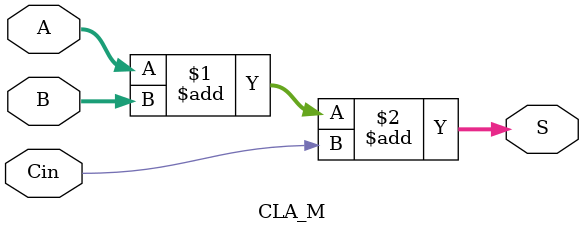
<source format=v>
module CLA_M(A, B, Cin, S);
    input [2:0] A, B;
    input Cin;
    output [3:0] S;

    assign S = (A + B + Cin);
endmodule

</source>
